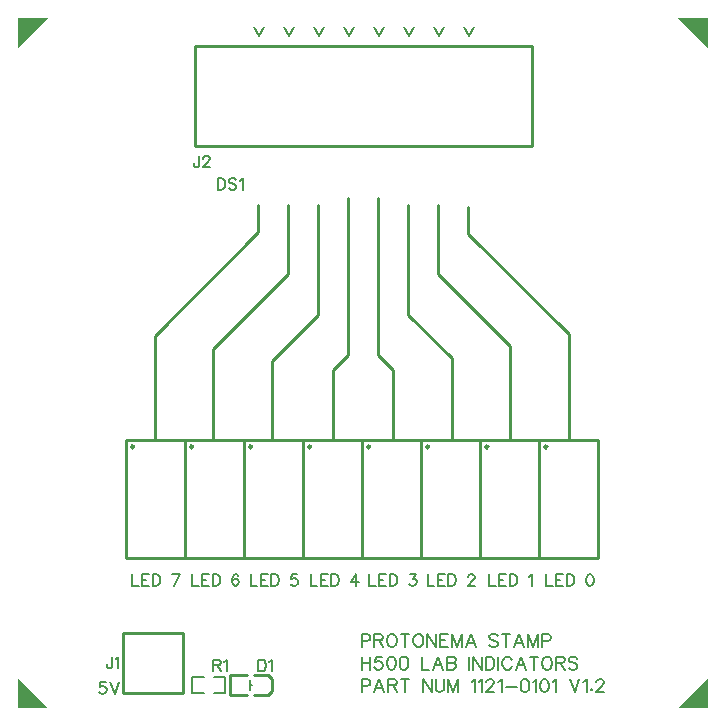
<source format=gto>
G04 Layer: TopSilkscreenLayer*
G04 Panelize: Stamp Hole, Column: 2, Row: 2, Board Size: 58.42mm x 58.42mm, Panelized Board Size: 122.84mm x 122.84mm*
G04 EasyEDA v6.5.34, 2023-09-13 23:46:03*
G04 50f54edec40846078001aba480b7569d,5a6b42c53f6a479593ecc07194224c93,10*
G04 Gerber Generator version 0.2*
G04 Scale: 100 percent, Rotated: No, Reflected: No *
G04 Dimensions in millimeters *
G04 leading zeros omitted , absolute positions ,4 integer and 5 decimal *
%FSLAX45Y45*%
%MOMM*%

%ADD10C,0.1524*%
%ADD11C,0.2540*%
%ADD12C,0.2030*%

%LPD*%
D10*
X965200Y1129537D02*
G01*
X965200Y1034034D01*
X965200Y1034034D02*
G01*
X1019810Y1034034D01*
X1049781Y1129537D02*
G01*
X1049781Y1034034D01*
X1049781Y1129537D02*
G01*
X1108710Y1129537D01*
X1049781Y1084071D02*
G01*
X1086104Y1084071D01*
X1049781Y1034034D02*
G01*
X1108710Y1034034D01*
X1138936Y1129537D02*
G01*
X1138936Y1034034D01*
X1138936Y1129537D02*
G01*
X1170686Y1129537D01*
X1184402Y1124965D01*
X1193292Y1116076D01*
X1197863Y1106931D01*
X1202436Y1093215D01*
X1202436Y1070610D01*
X1197863Y1056894D01*
X1193292Y1047750D01*
X1184402Y1038605D01*
X1170686Y1034034D01*
X1138936Y1034034D01*
X1366012Y1129537D02*
G01*
X1320545Y1034034D01*
X1302512Y1129537D02*
G01*
X1366012Y1129537D01*
X1473200Y1129537D02*
G01*
X1473200Y1034034D01*
X1473200Y1034034D02*
G01*
X1527810Y1034034D01*
X1557781Y1129537D02*
G01*
X1557781Y1034034D01*
X1557781Y1129537D02*
G01*
X1616710Y1129537D01*
X1557781Y1084071D02*
G01*
X1594104Y1084071D01*
X1557781Y1034034D02*
G01*
X1616710Y1034034D01*
X1646936Y1129537D02*
G01*
X1646936Y1034034D01*
X1646936Y1129537D02*
G01*
X1678686Y1129537D01*
X1692402Y1124965D01*
X1701292Y1116076D01*
X1705863Y1106931D01*
X1710436Y1093215D01*
X1710436Y1070610D01*
X1705863Y1056894D01*
X1701292Y1047750D01*
X1692402Y1038605D01*
X1678686Y1034034D01*
X1646936Y1034034D01*
X1865121Y1116076D02*
G01*
X1860550Y1124965D01*
X1846834Y1129537D01*
X1837689Y1129537D01*
X1824228Y1124965D01*
X1815084Y1111504D01*
X1810512Y1088644D01*
X1810512Y1066037D01*
X1815084Y1047750D01*
X1824228Y1038605D01*
X1837689Y1034034D01*
X1842262Y1034034D01*
X1855978Y1038605D01*
X1865121Y1047750D01*
X1869439Y1061465D01*
X1869439Y1066037D01*
X1865121Y1079500D01*
X1855978Y1088644D01*
X1842262Y1093215D01*
X1837689Y1093215D01*
X1824228Y1088644D01*
X1815084Y1079500D01*
X1810512Y1066037D01*
X1968500Y1129537D02*
G01*
X1968500Y1034034D01*
X1968500Y1034034D02*
G01*
X2023109Y1034034D01*
X2053081Y1129537D02*
G01*
X2053081Y1034034D01*
X2053081Y1129537D02*
G01*
X2112009Y1129537D01*
X2053081Y1084071D02*
G01*
X2089404Y1084071D01*
X2053081Y1034034D02*
G01*
X2112009Y1034034D01*
X2142236Y1129537D02*
G01*
X2142236Y1034034D01*
X2142236Y1129537D02*
G01*
X2173986Y1129537D01*
X2187702Y1124965D01*
X2196591Y1116076D01*
X2201163Y1106931D01*
X2205736Y1093215D01*
X2205736Y1070610D01*
X2201163Y1056894D01*
X2196591Y1047750D01*
X2187702Y1038605D01*
X2173986Y1034034D01*
X2142236Y1034034D01*
X2360422Y1129537D02*
G01*
X2314956Y1129537D01*
X2310384Y1088644D01*
X2314956Y1093215D01*
X2328418Y1097787D01*
X2342134Y1097787D01*
X2355850Y1093215D01*
X2364740Y1084071D01*
X2369311Y1070610D01*
X2369311Y1061465D01*
X2364740Y1047750D01*
X2355850Y1038605D01*
X2342134Y1034034D01*
X2328418Y1034034D01*
X2314956Y1038605D01*
X2310384Y1043178D01*
X2305811Y1052321D01*
X2476500Y1129537D02*
G01*
X2476500Y1034034D01*
X2476500Y1034034D02*
G01*
X2531109Y1034034D01*
X2561081Y1129537D02*
G01*
X2561081Y1034034D01*
X2561081Y1129537D02*
G01*
X2620009Y1129537D01*
X2561081Y1084071D02*
G01*
X2597404Y1084071D01*
X2561081Y1034034D02*
G01*
X2620009Y1034034D01*
X2650236Y1129537D02*
G01*
X2650236Y1034034D01*
X2650236Y1129537D02*
G01*
X2681986Y1129537D01*
X2695702Y1124965D01*
X2704591Y1116076D01*
X2709163Y1106931D01*
X2713736Y1093215D01*
X2713736Y1070610D01*
X2709163Y1056894D01*
X2704591Y1047750D01*
X2695702Y1038605D01*
X2681986Y1034034D01*
X2650236Y1034034D01*
X2859277Y1129537D02*
G01*
X2813811Y1066037D01*
X2881884Y1066037D01*
X2859277Y1129537D02*
G01*
X2859277Y1034034D01*
X2971800Y1129537D02*
G01*
X2971800Y1034034D01*
X2971800Y1034034D02*
G01*
X3026409Y1034034D01*
X3056381Y1129537D02*
G01*
X3056381Y1034034D01*
X3056381Y1129537D02*
G01*
X3115309Y1129537D01*
X3056381Y1084071D02*
G01*
X3092704Y1084071D01*
X3056381Y1034034D02*
G01*
X3115309Y1034034D01*
X3145536Y1129537D02*
G01*
X3145536Y1034034D01*
X3145536Y1129537D02*
G01*
X3177286Y1129537D01*
X3191002Y1124965D01*
X3199891Y1116076D01*
X3204463Y1106931D01*
X3209036Y1093215D01*
X3209036Y1070610D01*
X3204463Y1056894D01*
X3199891Y1047750D01*
X3191002Y1038605D01*
X3177286Y1034034D01*
X3145536Y1034034D01*
X3318256Y1129537D02*
G01*
X3368040Y1129537D01*
X3340861Y1093215D01*
X3354577Y1093215D01*
X3363722Y1088644D01*
X3368040Y1084071D01*
X3372611Y1070610D01*
X3372611Y1061465D01*
X3368040Y1047750D01*
X3359150Y1038605D01*
X3345434Y1034034D01*
X3331718Y1034034D01*
X3318256Y1038605D01*
X3313684Y1043178D01*
X3309111Y1052321D01*
X3467100Y1129537D02*
G01*
X3467100Y1034034D01*
X3467100Y1034034D02*
G01*
X3521709Y1034034D01*
X3551681Y1129537D02*
G01*
X3551681Y1034034D01*
X3551681Y1129537D02*
G01*
X3610609Y1129537D01*
X3551681Y1084071D02*
G01*
X3588004Y1084071D01*
X3551681Y1034034D02*
G01*
X3610609Y1034034D01*
X3640836Y1129537D02*
G01*
X3640836Y1034034D01*
X3640836Y1129537D02*
G01*
X3672586Y1129537D01*
X3686302Y1124965D01*
X3695191Y1116076D01*
X3699763Y1106931D01*
X3704336Y1093215D01*
X3704336Y1070610D01*
X3699763Y1056894D01*
X3695191Y1047750D01*
X3686302Y1038605D01*
X3672586Y1034034D01*
X3640836Y1034034D01*
X3808984Y1106931D02*
G01*
X3808984Y1111504D01*
X3813556Y1120394D01*
X3817874Y1124965D01*
X3827018Y1129537D01*
X3845306Y1129537D01*
X3854450Y1124965D01*
X3859022Y1120394D01*
X3863340Y1111504D01*
X3863340Y1102360D01*
X3859022Y1093215D01*
X3849877Y1079500D01*
X3804411Y1034034D01*
X3867911Y1034034D01*
X3987800Y1129537D02*
G01*
X3987800Y1034034D01*
X3987800Y1034034D02*
G01*
X4042409Y1034034D01*
X4072381Y1129537D02*
G01*
X4072381Y1034034D01*
X4072381Y1129537D02*
G01*
X4131309Y1129537D01*
X4072381Y1084071D02*
G01*
X4108704Y1084071D01*
X4072381Y1034034D02*
G01*
X4131309Y1034034D01*
X4161536Y1129537D02*
G01*
X4161536Y1034034D01*
X4161536Y1129537D02*
G01*
X4193286Y1129537D01*
X4207002Y1124965D01*
X4215891Y1116076D01*
X4220463Y1106931D01*
X4225036Y1093215D01*
X4225036Y1070610D01*
X4220463Y1056894D01*
X4215891Y1047750D01*
X4207002Y1038605D01*
X4193286Y1034034D01*
X4161536Y1034034D01*
X4325111Y1111504D02*
G01*
X4334256Y1116076D01*
X4347718Y1129537D01*
X4347718Y1034034D01*
X1995424Y5762244D02*
G01*
X2036318Y5689600D01*
X2077465Y5762244D01*
X2249424Y5762244D02*
G01*
X2290318Y5689600D01*
X2331465Y5762244D01*
X2503424Y5762244D02*
G01*
X2544318Y5689600D01*
X2585465Y5762244D01*
X2757424Y5762244D02*
G01*
X2798318Y5689600D01*
X2839465Y5762244D01*
X3011424Y5762244D02*
G01*
X3052318Y5689600D01*
X3093465Y5762244D01*
X3265424Y5762244D02*
G01*
X3306318Y5689600D01*
X3347465Y5762244D01*
X3519424Y5762244D02*
G01*
X3560318Y5689600D01*
X3601465Y5762244D01*
X4470400Y1129537D02*
G01*
X4470400Y1034034D01*
X4470400Y1034034D02*
G01*
X4525009Y1034034D01*
X4554981Y1129537D02*
G01*
X4554981Y1034034D01*
X4554981Y1129537D02*
G01*
X4613909Y1129537D01*
X4554981Y1084071D02*
G01*
X4591304Y1084071D01*
X4554981Y1034034D02*
G01*
X4613909Y1034034D01*
X4644136Y1129537D02*
G01*
X4644136Y1034034D01*
X4644136Y1129537D02*
G01*
X4675886Y1129537D01*
X4689602Y1124965D01*
X4698491Y1116076D01*
X4703063Y1106931D01*
X4707636Y1093215D01*
X4707636Y1070610D01*
X4703063Y1056894D01*
X4698491Y1047750D01*
X4689602Y1038605D01*
X4675886Y1034034D01*
X4644136Y1034034D01*
X4834890Y1129537D02*
G01*
X4821174Y1124965D01*
X4812284Y1111504D01*
X4807711Y1088644D01*
X4807711Y1075181D01*
X4812284Y1052321D01*
X4821174Y1038605D01*
X4834890Y1034034D01*
X4844034Y1034034D01*
X4857750Y1038605D01*
X4866640Y1052321D01*
X4871211Y1075181D01*
X4871211Y1088644D01*
X4866640Y1111504D01*
X4857750Y1124965D01*
X4844034Y1129537D01*
X4834890Y1129537D01*
X1531355Y4672825D02*
G01*
X1531355Y4600181D01*
X1526783Y4586465D01*
X1522211Y4581893D01*
X1513067Y4577321D01*
X1504177Y4577321D01*
X1495033Y4581893D01*
X1490461Y4586465D01*
X1485889Y4600181D01*
X1485889Y4609325D01*
X1565899Y4650219D02*
G01*
X1565899Y4654791D01*
X1570471Y4663681D01*
X1575043Y4668253D01*
X1584187Y4672825D01*
X1602221Y4672825D01*
X1611365Y4668253D01*
X1615937Y4663681D01*
X1620509Y4654791D01*
X1620509Y4645647D01*
X1615937Y4636503D01*
X1606793Y4622787D01*
X1561327Y4577321D01*
X1625081Y4577321D01*
X3773424Y5762244D02*
G01*
X3814318Y5689600D01*
X3855465Y5762244D01*
X1689084Y4482345D02*
G01*
X1689084Y4386841D01*
X1689084Y4482345D02*
G01*
X1720834Y4482345D01*
X1734550Y4477773D01*
X1743694Y4468629D01*
X1748266Y4459739D01*
X1752838Y4446023D01*
X1752838Y4423417D01*
X1748266Y4409701D01*
X1743694Y4400557D01*
X1734550Y4391413D01*
X1720834Y4386841D01*
X1689084Y4386841D01*
X1846310Y4468629D02*
G01*
X1837166Y4477773D01*
X1823704Y4482345D01*
X1805416Y4482345D01*
X1791700Y4477773D01*
X1782810Y4468629D01*
X1782810Y4459739D01*
X1787382Y4450595D01*
X1791700Y4446023D01*
X1800844Y4441451D01*
X1828276Y4432307D01*
X1837166Y4427735D01*
X1841738Y4423417D01*
X1846310Y4414273D01*
X1846310Y4400557D01*
X1837166Y4391413D01*
X1823704Y4386841D01*
X1805416Y4386841D01*
X1791700Y4391413D01*
X1782810Y4400557D01*
X1876282Y4464311D02*
G01*
X1885426Y4468629D01*
X1899142Y4482345D01*
X1899142Y4386841D01*
X740407Y215137D02*
G01*
X694941Y215137D01*
X690369Y174244D01*
X694941Y178815D01*
X708403Y183387D01*
X722119Y183387D01*
X735835Y178815D01*
X744979Y169671D01*
X749551Y156210D01*
X749551Y147065D01*
X744979Y133350D01*
X735835Y124205D01*
X722119Y119634D01*
X708403Y119634D01*
X694941Y124205D01*
X690369Y128778D01*
X685797Y137921D01*
X779523Y215137D02*
G01*
X815845Y119634D01*
X852167Y215137D02*
G01*
X815845Y119634D01*
X794763Y431037D02*
G01*
X794763Y358394D01*
X790191Y344678D01*
X785619Y340105D01*
X776475Y335534D01*
X767585Y335534D01*
X758441Y340105D01*
X753869Y344678D01*
X749297Y358394D01*
X749297Y367537D01*
X824735Y413004D02*
G01*
X833879Y417576D01*
X847595Y431037D01*
X847595Y335534D01*
X2908300Y242315D02*
G01*
X2908300Y133350D01*
X2908300Y242315D02*
G01*
X2955036Y242315D01*
X2970529Y237236D01*
X2975863Y231902D01*
X2980943Y221487D01*
X2980943Y205994D01*
X2975863Y195579D01*
X2970529Y190500D01*
X2955036Y185165D01*
X2908300Y185165D01*
X3056890Y242315D02*
G01*
X3015234Y133350D01*
X3056890Y242315D02*
G01*
X3098545Y133350D01*
X3030981Y169671D02*
G01*
X3082797Y169671D01*
X3132836Y242315D02*
G01*
X3132836Y133350D01*
X3132836Y242315D02*
G01*
X3179572Y242315D01*
X3195065Y237236D01*
X3200400Y231902D01*
X3205479Y221487D01*
X3205479Y211073D01*
X3200400Y200660D01*
X3195065Y195579D01*
X3179572Y190500D01*
X3132836Y190500D01*
X3169158Y190500D02*
G01*
X3205479Y133350D01*
X3276091Y242315D02*
G01*
X3276091Y133350D01*
X3239770Y242315D02*
G01*
X3312413Y242315D01*
X3426713Y242315D02*
G01*
X3426713Y133350D01*
X3426713Y242315D02*
G01*
X3499611Y133350D01*
X3499611Y242315D02*
G01*
X3499611Y133350D01*
X3533902Y242315D02*
G01*
X3533902Y164337D01*
X3538981Y148844D01*
X3549395Y138429D01*
X3564890Y133350D01*
X3575304Y133350D01*
X3591052Y138429D01*
X3601465Y148844D01*
X3606545Y164337D01*
X3606545Y242315D01*
X3640836Y242315D02*
G01*
X3640836Y133350D01*
X3640836Y242315D02*
G01*
X3682491Y133350D01*
X3723893Y242315D02*
G01*
X3682491Y133350D01*
X3723893Y242315D02*
G01*
X3723893Y133350D01*
X3838193Y221487D02*
G01*
X3848608Y226821D01*
X3864356Y242315D01*
X3864356Y133350D01*
X3898645Y221487D02*
G01*
X3909059Y226821D01*
X3924554Y242315D01*
X3924554Y133350D01*
X3963924Y216407D02*
G01*
X3963924Y221487D01*
X3969258Y231902D01*
X3974338Y237236D01*
X3984752Y242315D01*
X4005579Y242315D01*
X4015993Y237236D01*
X4021074Y231902D01*
X4026408Y221487D01*
X4026408Y211073D01*
X4021074Y200660D01*
X4010659Y185165D01*
X3958843Y133350D01*
X4031488Y133350D01*
X4065777Y221487D02*
G01*
X4076191Y226821D01*
X4091940Y242315D01*
X4091940Y133350D01*
X4126229Y180086D02*
G01*
X4219702Y180086D01*
X4284979Y242315D02*
G01*
X4269486Y237236D01*
X4259072Y221487D01*
X4253991Y195579D01*
X4253991Y180086D01*
X4259072Y153923D01*
X4269486Y138429D01*
X4284979Y133350D01*
X4295393Y133350D01*
X4311141Y138429D01*
X4321556Y153923D01*
X4326636Y180086D01*
X4326636Y195579D01*
X4321556Y221487D01*
X4311141Y237236D01*
X4295393Y242315D01*
X4284979Y242315D01*
X4360925Y221487D02*
G01*
X4371340Y226821D01*
X4386834Y242315D01*
X4386834Y133350D01*
X4452365Y242315D02*
G01*
X4436872Y237236D01*
X4426458Y221487D01*
X4421124Y195579D01*
X4421124Y180086D01*
X4426458Y153923D01*
X4436872Y138429D01*
X4452365Y133350D01*
X4462779Y133350D01*
X4478274Y138429D01*
X4488688Y153923D01*
X4494022Y180086D01*
X4494022Y195579D01*
X4488688Y221487D01*
X4478274Y237236D01*
X4462779Y242315D01*
X4452365Y242315D01*
X4528311Y221487D02*
G01*
X4538725Y226821D01*
X4554220Y242315D01*
X4554220Y133350D01*
X4668520Y242315D02*
G01*
X4710175Y133350D01*
X4751577Y242315D02*
G01*
X4710175Y133350D01*
X4785868Y221487D02*
G01*
X4796281Y226821D01*
X4812029Y242315D01*
X4812029Y133350D01*
X4851400Y159257D02*
G01*
X4846320Y153923D01*
X4851400Y148844D01*
X4856479Y153923D01*
X4851400Y159257D01*
X4896104Y216407D02*
G01*
X4896104Y221487D01*
X4901184Y231902D01*
X4906518Y237236D01*
X4916931Y242315D01*
X4937759Y242315D01*
X4947920Y237236D01*
X4953254Y231902D01*
X4958334Y221487D01*
X4958334Y211073D01*
X4953254Y200660D01*
X4942840Y185165D01*
X4890770Y133350D01*
X4963668Y133350D01*
X2908300Y432815D02*
G01*
X2908300Y323850D01*
X2980943Y432815D02*
G01*
X2980943Y323850D01*
X2908300Y381000D02*
G01*
X2980943Y381000D01*
X3077718Y432815D02*
G01*
X3025647Y432815D01*
X3020568Y386079D01*
X3025647Y391160D01*
X3041395Y396494D01*
X3056890Y396494D01*
X3072384Y391160D01*
X3082797Y381000D01*
X3088131Y365252D01*
X3088131Y354837D01*
X3082797Y339344D01*
X3072384Y328929D01*
X3056890Y323850D01*
X3041395Y323850D01*
X3025647Y328929D01*
X3020568Y334010D01*
X3015234Y344423D01*
X3153409Y432815D02*
G01*
X3137915Y427736D01*
X3127502Y411987D01*
X3122422Y386079D01*
X3122422Y370586D01*
X3127502Y344423D01*
X3137915Y328929D01*
X3153409Y323850D01*
X3163824Y323850D01*
X3179572Y328929D01*
X3189986Y344423D01*
X3195065Y370586D01*
X3195065Y386079D01*
X3189986Y411987D01*
X3179572Y427736D01*
X3163824Y432815D01*
X3153409Y432815D01*
X3260597Y432815D02*
G01*
X3244850Y427736D01*
X3234690Y411987D01*
X3229356Y386079D01*
X3229356Y370586D01*
X3234690Y344423D01*
X3244850Y328929D01*
X3260597Y323850D01*
X3271011Y323850D01*
X3286506Y328929D01*
X3296920Y344423D01*
X3302000Y370586D01*
X3302000Y386079D01*
X3296920Y411987D01*
X3286506Y427736D01*
X3271011Y432815D01*
X3260597Y432815D01*
X3416300Y432815D02*
G01*
X3416300Y323850D01*
X3416300Y323850D02*
G01*
X3478784Y323850D01*
X3554729Y432815D02*
G01*
X3513074Y323850D01*
X3554729Y432815D02*
G01*
X3596131Y323850D01*
X3528568Y360171D02*
G01*
X3580638Y360171D01*
X3630422Y432815D02*
G01*
X3630422Y323850D01*
X3630422Y432815D02*
G01*
X3677158Y432815D01*
X3692906Y427736D01*
X3697986Y422402D01*
X3703320Y411987D01*
X3703320Y401573D01*
X3697986Y391160D01*
X3692906Y386079D01*
X3677158Y381000D01*
X3630422Y381000D02*
G01*
X3677158Y381000D01*
X3692906Y375665D01*
X3697986Y370586D01*
X3703320Y360171D01*
X3703320Y344423D01*
X3697986Y334010D01*
X3692906Y328929D01*
X3677158Y323850D01*
X3630422Y323850D01*
X3817620Y432815D02*
G01*
X3817620Y323850D01*
X3851909Y432815D02*
G01*
X3851909Y323850D01*
X3851909Y432815D02*
G01*
X3924554Y323850D01*
X3924554Y432815D02*
G01*
X3924554Y323850D01*
X3958843Y432815D02*
G01*
X3958843Y323850D01*
X3958843Y432815D02*
G01*
X3995165Y432815D01*
X4010659Y427736D01*
X4021074Y417321D01*
X4026408Y406907D01*
X4031488Y391160D01*
X4031488Y365252D01*
X4026408Y349757D01*
X4021074Y339344D01*
X4010659Y328929D01*
X3995165Y323850D01*
X3958843Y323850D01*
X4065777Y432815D02*
G01*
X4065777Y323850D01*
X4178045Y406907D02*
G01*
X4172965Y417321D01*
X4162552Y427736D01*
X4152138Y432815D01*
X4131309Y432815D01*
X4120895Y427736D01*
X4110481Y417321D01*
X4105402Y406907D01*
X4100068Y391160D01*
X4100068Y365252D01*
X4105402Y349757D01*
X4110481Y339344D01*
X4120895Y328929D01*
X4131309Y323850D01*
X4152138Y323850D01*
X4162552Y328929D01*
X4172965Y339344D01*
X4178045Y349757D01*
X4253991Y432815D02*
G01*
X4212336Y323850D01*
X4253991Y432815D02*
G01*
X4295393Y323850D01*
X4227829Y360171D02*
G01*
X4279900Y360171D01*
X4366259Y432815D02*
G01*
X4366259Y323850D01*
X4329684Y432815D02*
G01*
X4402581Y432815D01*
X4467859Y432815D02*
G01*
X4457700Y427736D01*
X4447286Y417321D01*
X4441952Y406907D01*
X4436872Y391160D01*
X4436872Y365252D01*
X4441952Y349757D01*
X4447286Y339344D01*
X4457700Y328929D01*
X4467859Y323850D01*
X4488688Y323850D01*
X4499102Y328929D01*
X4509515Y339344D01*
X4514850Y349757D01*
X4519929Y365252D01*
X4519929Y391160D01*
X4514850Y406907D01*
X4509515Y417321D01*
X4499102Y427736D01*
X4488688Y432815D01*
X4467859Y432815D01*
X4554220Y432815D02*
G01*
X4554220Y323850D01*
X4554220Y432815D02*
G01*
X4600956Y432815D01*
X4616450Y427736D01*
X4621784Y422402D01*
X4626863Y411987D01*
X4626863Y401573D01*
X4621784Y391160D01*
X4616450Y386079D01*
X4600956Y381000D01*
X4554220Y381000D01*
X4590541Y381000D02*
G01*
X4626863Y323850D01*
X4734052Y417321D02*
G01*
X4723638Y427736D01*
X4707890Y432815D01*
X4687315Y432815D01*
X4671568Y427736D01*
X4661154Y417321D01*
X4661154Y406907D01*
X4666488Y396494D01*
X4671568Y391160D01*
X4681981Y386079D01*
X4713224Y375665D01*
X4723638Y370586D01*
X4728718Y365252D01*
X4734052Y354837D01*
X4734052Y339344D01*
X4723638Y328929D01*
X4707890Y323850D01*
X4687315Y323850D01*
X4671568Y328929D01*
X4661154Y339344D01*
X2908294Y623315D02*
G01*
X2908294Y514350D01*
X2908294Y623315D02*
G01*
X2955030Y623315D01*
X2970524Y618236D01*
X2975858Y612902D01*
X2980938Y602487D01*
X2980938Y586994D01*
X2975858Y576579D01*
X2970524Y571500D01*
X2955030Y566165D01*
X2908294Y566165D01*
X3015228Y623315D02*
G01*
X3015228Y514350D01*
X3015228Y623315D02*
G01*
X3061964Y623315D01*
X3077712Y618236D01*
X3082792Y612902D01*
X3088126Y602487D01*
X3088126Y592073D01*
X3082792Y581660D01*
X3077712Y576579D01*
X3061964Y571500D01*
X3015228Y571500D01*
X3051804Y571500D02*
G01*
X3088126Y514350D01*
X3153404Y623315D02*
G01*
X3143244Y618236D01*
X3132830Y607821D01*
X3127496Y597407D01*
X3122416Y581660D01*
X3122416Y555752D01*
X3127496Y540257D01*
X3132830Y529844D01*
X3143244Y519429D01*
X3153404Y514350D01*
X3174232Y514350D01*
X3184646Y519429D01*
X3195060Y529844D01*
X3200394Y540257D01*
X3205474Y555752D01*
X3205474Y581660D01*
X3200394Y597407D01*
X3195060Y607821D01*
X3184646Y618236D01*
X3174232Y623315D01*
X3153404Y623315D01*
X3276086Y623315D02*
G01*
X3276086Y514350D01*
X3239764Y623315D02*
G01*
X3312408Y623315D01*
X3377940Y623315D02*
G01*
X3367526Y618236D01*
X3357112Y607821D01*
X3352032Y597407D01*
X3346698Y581660D01*
X3346698Y555752D01*
X3352032Y540257D01*
X3357112Y529844D01*
X3367526Y519429D01*
X3377940Y514350D01*
X3398768Y514350D01*
X3409182Y519429D01*
X3419596Y529844D01*
X3424676Y540257D01*
X3430010Y555752D01*
X3430010Y581660D01*
X3424676Y597407D01*
X3419596Y607821D01*
X3409182Y618236D01*
X3398768Y623315D01*
X3377940Y623315D01*
X3464300Y623315D02*
G01*
X3464300Y514350D01*
X3464300Y623315D02*
G01*
X3536944Y514350D01*
X3536944Y623315D02*
G01*
X3536944Y514350D01*
X3571234Y623315D02*
G01*
X3571234Y514350D01*
X3571234Y623315D02*
G01*
X3638798Y623315D01*
X3571234Y571500D02*
G01*
X3612890Y571500D01*
X3571234Y514350D02*
G01*
X3638798Y514350D01*
X3673088Y623315D02*
G01*
X3673088Y514350D01*
X3673088Y623315D02*
G01*
X3714744Y514350D01*
X3756146Y623315D02*
G01*
X3714744Y514350D01*
X3756146Y623315D02*
G01*
X3756146Y514350D01*
X3832092Y623315D02*
G01*
X3790436Y514350D01*
X3832092Y623315D02*
G01*
X3873494Y514350D01*
X3806184Y550671D02*
G01*
X3858000Y550671D01*
X4060692Y607821D02*
G01*
X4050278Y618236D01*
X4034784Y623315D01*
X4013956Y623315D01*
X3998208Y618236D01*
X3987794Y607821D01*
X3987794Y597407D01*
X3993128Y586994D01*
X3998208Y581660D01*
X4008622Y576579D01*
X4039864Y566165D01*
X4050278Y561086D01*
X4055358Y555752D01*
X4060692Y545337D01*
X4060692Y529844D01*
X4050278Y519429D01*
X4034784Y514350D01*
X4013956Y514350D01*
X3998208Y519429D01*
X3987794Y529844D01*
X4131304Y623315D02*
G01*
X4131304Y514350D01*
X4094982Y623315D02*
G01*
X4167626Y623315D01*
X4243572Y623315D02*
G01*
X4201916Y514350D01*
X4243572Y623315D02*
G01*
X4284974Y514350D01*
X4217664Y550671D02*
G01*
X4269480Y550671D01*
X4319264Y623315D02*
G01*
X4319264Y514350D01*
X4319264Y623315D02*
G01*
X4360920Y514350D01*
X4402576Y623315D02*
G01*
X4360920Y514350D01*
X4402576Y623315D02*
G01*
X4402576Y514350D01*
X4436866Y623315D02*
G01*
X4436866Y514350D01*
X4436866Y623315D02*
G01*
X4483602Y623315D01*
X4499096Y618236D01*
X4504430Y612902D01*
X4509510Y602487D01*
X4509510Y586994D01*
X4504430Y576579D01*
X4499096Y571500D01*
X4483602Y566165D01*
X4436866Y566165D01*
X2031992Y405637D02*
G01*
X2031992Y310134D01*
X2031992Y405637D02*
G01*
X2063742Y405637D01*
X2077458Y401065D01*
X2086602Y392176D01*
X2091174Y383031D01*
X2095746Y369315D01*
X2095746Y346710D01*
X2091174Y332994D01*
X2086602Y323850D01*
X2077458Y314705D01*
X2063742Y310134D01*
X2031992Y310134D01*
X2125718Y387604D02*
G01*
X2134608Y392176D01*
X2148324Y405637D01*
X2148324Y310134D01*
X1650994Y405637D02*
G01*
X1650994Y310134D01*
X1650994Y405637D02*
G01*
X1691888Y405637D01*
X1705604Y401065D01*
X1710176Y396494D01*
X1714748Y387604D01*
X1714748Y378460D01*
X1710176Y369315D01*
X1705604Y364744D01*
X1691888Y360171D01*
X1650994Y360171D01*
X1682744Y360171D02*
G01*
X1714748Y310134D01*
X1744720Y387604D02*
G01*
X1753610Y392176D01*
X1767326Y405637D01*
X1767326Y310134D01*
G36*
X0Y5842000D02*
G01*
X0Y5588000D01*
X254000Y5842000D01*
G37*
G36*
X0Y254000D02*
G01*
X0Y0D01*
X254000Y0D01*
G37*
G36*
X5842000Y254000D02*
G01*
X5588000Y0D01*
X5842000Y0D01*
G37*
G36*
X5588000Y5842000D02*
G01*
X5842000Y5588000D01*
X5842000Y5842000D01*
G37*
D11*
X2032000Y4254500D02*
G01*
X2032000Y4025900D01*
X1155700Y3149600D01*
X1155700Y2286000D01*
X3810000Y4241800D02*
G01*
X3810000Y4013200D01*
X4660900Y3162300D01*
X4660887Y2273294D01*
X3556000Y4254500D02*
G01*
X3556000Y3670300D01*
X4165600Y3060700D01*
X4165587Y2273294D01*
X3302000Y4254500D02*
G01*
X3302000Y3327400D01*
X3670300Y2959100D01*
X3670287Y2273294D01*
X3175000Y2273300D02*
G01*
X3175000Y2857500D01*
X3048000Y2984500D01*
X3048000Y4318000D01*
X2667000Y2285745D02*
G01*
X2667248Y2857754D01*
X2794000Y2984500D01*
X2794000Y4318000D01*
X2540000Y4254500D02*
G01*
X2540000Y3327400D01*
X2146300Y2933700D01*
X2146300Y2285994D01*
X2286000Y4254500D02*
G01*
X2286000Y3670300D01*
X1651000Y3035300D01*
X1651000Y2273294D01*
X1791972Y276860D02*
G01*
X1791972Y104139D01*
X1791972Y104139D02*
G01*
X1939292Y104139D01*
X1791972Y276860D02*
G01*
X1939292Y276860D01*
X1997712Y104139D02*
G01*
X2114552Y104139D01*
X2000252Y276860D02*
G01*
X2114552Y276860D01*
X2114552Y276860D02*
G01*
X2150112Y241300D01*
X2150112Y139700D01*
X2114552Y104139D01*
D12*
X1960882Y231139D02*
G01*
X1960882Y152400D01*
X1960882Y191295D02*
G01*
X1978418Y191295D01*
D10*
X1570281Y256560D02*
G01*
X1474393Y256560D01*
X1474393Y124439D01*
X1570281Y124439D01*
X1655523Y256560D02*
G01*
X1751411Y256560D01*
X1751411Y124439D01*
X1655523Y124439D01*
D11*
G75*
G01
X4479392Y2209800D02*
G03X4479392Y2209800I-12700J0D01*
G75*
G01
X3979393Y2209800D02*
G03X3979393Y2209800I-12700J0D01*
G75*
G01
X3479394Y2209800D02*
G03X3479394Y2209800I-12700J0D01*
G75*
G01
X2979395Y2209800D02*
G03X2979395Y2209800I-12700J0D01*
G75*
G01
X2479396Y2209800D02*
G03X2479396Y2209800I-12700J0D01*
G75*
G01
X1979397Y2209800D02*
G03X1979397Y2209800I-12700J0D01*
G75*
G01
X1479398Y2209800D02*
G03X1479398Y2209800I-12700J0D01*
G75*
G01
X979399Y2209800D02*
G03X979399Y2209800I-12700J0D01*
X4410887Y2271293D02*
G01*
X4910886Y2271293D01*
X4910886Y1271295D01*
X4410887Y1271295D01*
X4410887Y2271293D01*
X3910888Y2271293D02*
G01*
X4410887Y2271293D01*
X4410887Y1271295D01*
X3910888Y1271295D01*
X3910888Y2271293D01*
X3410889Y2271293D02*
G01*
X3910888Y2271293D01*
X3910888Y1271295D01*
X3410889Y1271295D01*
X3410889Y2271293D01*
X2910890Y2271293D02*
G01*
X3410889Y2271293D01*
X3410889Y1271295D01*
X2910890Y1271295D01*
X2910890Y2271293D01*
X2410891Y2271293D02*
G01*
X2910890Y2271293D01*
X2910890Y1271295D01*
X2410891Y1271295D01*
X2410891Y2271293D01*
X1910892Y2271293D02*
G01*
X2410891Y2271293D01*
X2410891Y1271295D01*
X1910892Y1271295D01*
X1910892Y2271293D01*
X1410893Y2271293D02*
G01*
X1910892Y2271293D01*
X1910892Y1271295D01*
X1410893Y1271295D01*
X1410893Y2271293D01*
X910894Y2271293D02*
G01*
X1410893Y2271293D01*
X1410893Y1271295D01*
X910894Y1271295D01*
X910894Y2271293D01*
X1496187Y5606592D02*
G01*
X4346194Y5606592D01*
X4346194Y4756581D01*
X1496187Y4756581D01*
X1496187Y5606592D01*
X889000Y635000D02*
G01*
X1397000Y635000D01*
X1397000Y127000D01*
X889000Y127000D01*
X889000Y635000D01*
M02*

</source>
